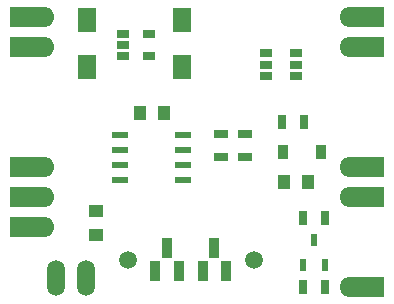
<source format=gts>
%FSLAX46Y46*%
G04 Gerber Fmt 4.6, Leading zero omitted, Abs format (unit mm)*
G04 Created by KiCad (PCBNEW (2014-10-27 BZR 5228)-product) date 6/17/2015 7:46:51 PM*
%MOMM*%
G01*
G04 APERTURE LIST*
%ADD10C,0.150000*%
%ADD11R,0.910000X1.220000*%
%ADD12R,0.899160X1.699260*%
%ADD13C,1.506220*%
%ADD14O,1.506220X3.014980*%
%ADD15R,0.599440X1.000760*%
%ADD16R,1.600000X2.000000*%
%ADD17R,1.000760X0.701040*%
%ADD18R,1.399540X0.599440*%
%ADD19R,1.270000X1.701800*%
%ADD20O,3.810000X1.701800*%
%ADD21R,0.700000X1.300000*%
%ADD22R,1.300000X0.700000*%
%ADD23R,1.060000X0.650000*%
%ADD24R,1.000000X1.250000*%
%ADD25R,1.250000X1.000000*%
G04 APERTURE END LIST*
D10*
D11*
X213725000Y-129540000D03*
X210455000Y-129540000D03*
D12*
X199692260Y-139682220D03*
X200693020Y-137685780D03*
X201693780Y-139682220D03*
X203690220Y-139682220D03*
X205691740Y-139682220D03*
X204690980Y-137685780D03*
D13*
X208026000Y-138684000D03*
X197358000Y-138684000D03*
D14*
X191262000Y-140208000D03*
X193802000Y-140208000D03*
D15*
X212153500Y-139105640D03*
X213106000Y-136992360D03*
X214058500Y-139105640D03*
D16*
X193929000Y-122396000D03*
X193929000Y-118396000D03*
D17*
X211582000Y-121221500D03*
X211582000Y-122174000D03*
X211582000Y-123126500D03*
X209042000Y-123126500D03*
X209042000Y-122174000D03*
X209042000Y-121221500D03*
D18*
X202057000Y-128143000D03*
X196723000Y-128143000D03*
X202057000Y-129413000D03*
X202057000Y-130683000D03*
X202057000Y-131953000D03*
X196723000Y-129413000D03*
X196723000Y-130683000D03*
X196723000Y-131953000D03*
D19*
X187960000Y-118110000D03*
X189230000Y-118110000D03*
D20*
X189260000Y-118110000D03*
D19*
X187960000Y-120650000D03*
X189230000Y-120650000D03*
D20*
X189260000Y-120650000D03*
D19*
X218440000Y-140970000D03*
X217170000Y-140970000D03*
D20*
X217140000Y-140970000D03*
D19*
X218440000Y-130810000D03*
X217170000Y-130810000D03*
D20*
X217140000Y-130810000D03*
D19*
X218440000Y-133350000D03*
X217170000Y-133350000D03*
D20*
X217140000Y-133350000D03*
D19*
X187960000Y-130810000D03*
X189230000Y-130810000D03*
D20*
X189260000Y-130810000D03*
D19*
X187960000Y-133350000D03*
X189230000Y-133350000D03*
D20*
X189260000Y-133350000D03*
D19*
X187960000Y-135890000D03*
X189230000Y-135890000D03*
D20*
X189260000Y-135890000D03*
D21*
X214056000Y-140970000D03*
X212156000Y-140970000D03*
X212156000Y-135128000D03*
X214056000Y-135128000D03*
X212278000Y-127000000D03*
X210378000Y-127000000D03*
D22*
X207264000Y-128082000D03*
X207264000Y-129982000D03*
X205232000Y-129982000D03*
X205232000Y-128082000D03*
D16*
X201930000Y-122396000D03*
X201930000Y-118396000D03*
D23*
X196956500Y-119573000D03*
X196956500Y-120523000D03*
X196956500Y-121473000D03*
X199156500Y-121473000D03*
X199156500Y-119573000D03*
D19*
X218440000Y-118110000D03*
X217170000Y-118110000D03*
D20*
X217140000Y-118110000D03*
D19*
X218440000Y-120650000D03*
X217170000Y-120650000D03*
D20*
X217140000Y-120650000D03*
D24*
X210582000Y-132080000D03*
X212582000Y-132080000D03*
X198390000Y-126238000D03*
X200390000Y-126238000D03*
D25*
X194627500Y-134572500D03*
X194627500Y-136572500D03*
M02*

</source>
